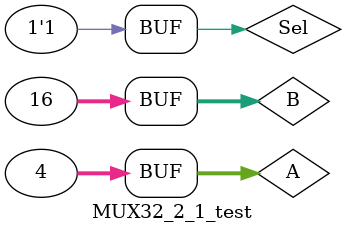
<source format=v>
`timescale 1ns / 1ps


module MUX32_2_1_test;

	// Inputs
	reg [31:0] A;
	reg [31:0] B;
	reg Sel;

	// Outputs
	wire [31:0] O;

	// Instantiate the Unit Under Test (UUT)
	MUX32_2_1 uut (
		.A(A), 
		.B(B), 
		.Sel(Sel), 
		.O(O)
	);

	initial begin
		// Initialize Inputs
		A = 4;
		B = 16;
		Sel = 0;//输出应为4
		// Wait 100 ns for global reset to finish
		#100;
		A = 4;
		B = 16;
		Sel = 1;//输出应为16

        
		// Add stimulus here

	end
      
endmodule


</source>
